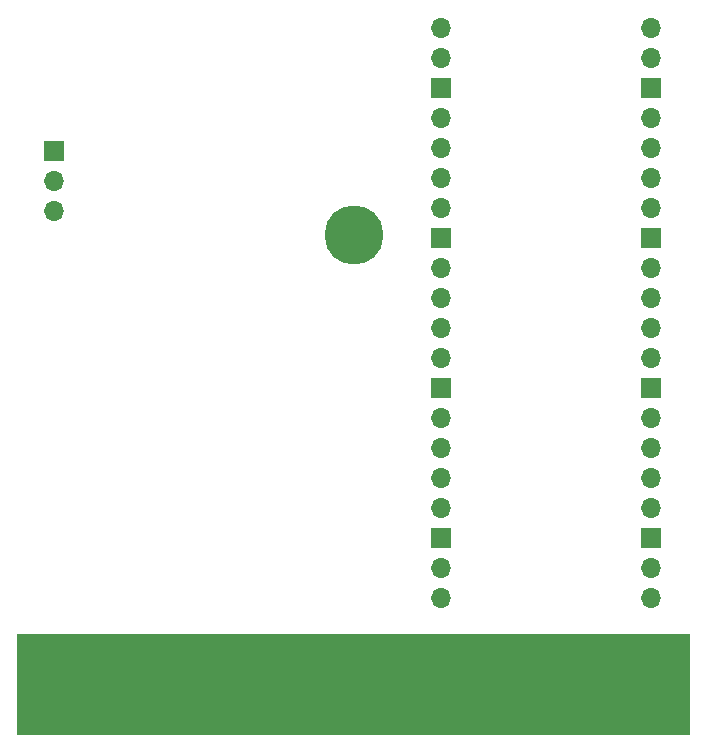
<source format=gbs>
%TF.GenerationSoftware,KiCad,Pcbnew,6.0.0*%
%TF.CreationDate,2022-02-18T00:32:39-05:00*%
%TF.ProjectId,picocart,7069636f-6361-4727-942e-6b696361645f,rev?*%
%TF.SameCoordinates,Original*%
%TF.FileFunction,Soldermask,Bot*%
%TF.FilePolarity,Negative*%
%FSLAX46Y46*%
G04 Gerber Fmt 4.6, Leading zero omitted, Abs format (unit mm)*
G04 Created by KiCad (PCBNEW 6.0.0) date 2022-02-18 00:32:39*
%MOMM*%
%LPD*%
G01*
G04 APERTURE LIST*
%ADD10O,1.700000X1.700000*%
%ADD11R,1.700000X1.700000*%
%ADD12C,5.000000*%
%ADD13R,1.524000X8.316000*%
G04 APERTURE END LIST*
%TO.C,J1*%
G36*
X175318000Y-107354200D02*
G01*
X118306000Y-107354200D01*
X118306000Y-98819800D01*
X175318000Y-98819800D01*
X175318000Y-107354200D01*
G37*
%TD*%
D10*
%TO.C,SW1*%
X121412000Y-62992000D03*
X121412000Y-60452000D03*
D11*
X121412000Y-57912000D03*
%TD*%
D10*
%TO.C,J2*%
X171958000Y-47470000D03*
X171958000Y-50010000D03*
D11*
X171958000Y-52550000D03*
D10*
X171958000Y-55090000D03*
X171958000Y-57630000D03*
X171958000Y-60170000D03*
X171958000Y-62710000D03*
D11*
X171958000Y-65250000D03*
D10*
X171958000Y-67790000D03*
X171958000Y-70330000D03*
X171958000Y-72870000D03*
X171958000Y-75410000D03*
D11*
X171958000Y-77950000D03*
D10*
X171958000Y-80490000D03*
X171958000Y-83030000D03*
X171958000Y-85570000D03*
X171958000Y-88110000D03*
D11*
X171958000Y-90650000D03*
D10*
X171958000Y-93190000D03*
X171958000Y-95730000D03*
X154178000Y-95730000D03*
X154178000Y-93190000D03*
D11*
X154178000Y-90650000D03*
D10*
X154178000Y-88110000D03*
X154178000Y-85570000D03*
X154178000Y-83030000D03*
X154178000Y-80490000D03*
D11*
X154178000Y-77950000D03*
D10*
X154178000Y-75410000D03*
X154178000Y-72870000D03*
X154178000Y-70330000D03*
X154178000Y-67790000D03*
D11*
X154178000Y-65250000D03*
D10*
X154178000Y-62710000D03*
X154178000Y-60170000D03*
X154178000Y-57630000D03*
X154178000Y-55090000D03*
D11*
X154178000Y-52550000D03*
D10*
X154178000Y-50010000D03*
X154178000Y-47470000D03*
%TD*%
D12*
%TO.C,REF\u002A\u002A*%
X146810000Y-65040000D03*
%TD*%
D13*
%TO.C,J1*%
X120142000Y-102977800D03*
X122682000Y-102977800D03*
X125222000Y-102977800D03*
X127762000Y-102977800D03*
X130302000Y-102977800D03*
X132842000Y-102977800D03*
X135382000Y-102977800D03*
X137922000Y-102977800D03*
X140462000Y-102977800D03*
X143002000Y-102977800D03*
X145542000Y-102977800D03*
X148082000Y-102977800D03*
X150622000Y-102977800D03*
X153162000Y-102977800D03*
X155702000Y-102977800D03*
X158242000Y-102977800D03*
X160782000Y-102977800D03*
X163322000Y-102977800D03*
X165862000Y-102977800D03*
X168402000Y-102977800D03*
X170942000Y-102977800D03*
X173482000Y-102977800D03*
%TD*%
M02*

</source>
